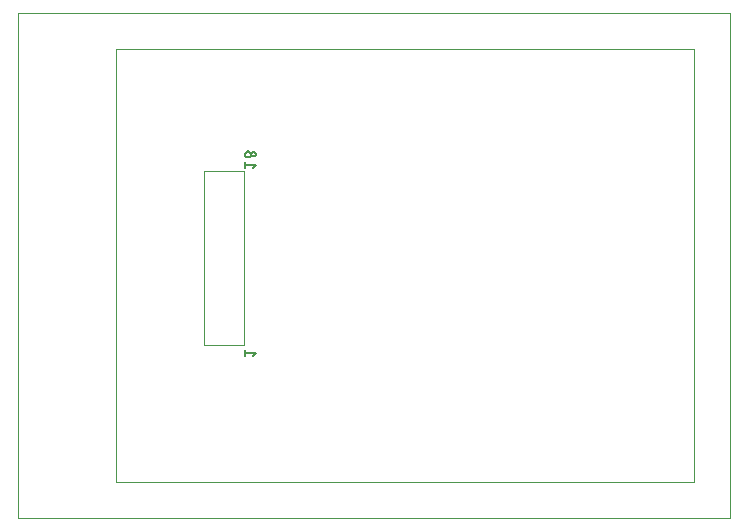
<source format=gbr>
G04 EAGLE Gerber RS-274X export*
G75*
%MOMM*%
%FSLAX34Y34*%
%LPD*%
%INSilkscreen Bottom*%
%IPPOS*%
%AMOC8*
5,1,8,0,0,1.08239X$1,22.5*%
G01*
G04 Define Apertures*
%ADD10C,0.100000*%
%ADD11C,0.050000*%
%ADD12C,0.127000*%
D10*
X301300Y-213600D02*
X-301300Y-213600D01*
X-301300Y213600D01*
X301300Y213600D01*
X301300Y-213600D01*
D11*
X271000Y183600D02*
X-218600Y183600D01*
X-218600Y-183600D01*
X271000Y-183600D01*
X271000Y183600D01*
D10*
X-110000Y80000D02*
X-144000Y80000D01*
X-144000Y-67000D01*
X-110000Y-67000D01*
X-110000Y80000D01*
D12*
X-100475Y-73896D02*
X-102451Y-76365D01*
X-100475Y-73896D02*
X-109365Y-73896D01*
X-109365Y-76365D02*
X-109365Y-71426D01*
X-102451Y82635D02*
X-100475Y85104D01*
X-109365Y85104D01*
X-109365Y82635D02*
X-109365Y87574D01*
X-106896Y91779D02*
X-106798Y91781D01*
X-106700Y91787D01*
X-106602Y91797D01*
X-106505Y91810D01*
X-106408Y91828D01*
X-106312Y91849D01*
X-106218Y91874D01*
X-106124Y91903D01*
X-106031Y91935D01*
X-105940Y91972D01*
X-105850Y92011D01*
X-105762Y92055D01*
X-105676Y92102D01*
X-105591Y92152D01*
X-105509Y92205D01*
X-105429Y92262D01*
X-105351Y92322D01*
X-105276Y92385D01*
X-105203Y92451D01*
X-105133Y92520D01*
X-105066Y92591D01*
X-105001Y92665D01*
X-104940Y92742D01*
X-104881Y92821D01*
X-104826Y92902D01*
X-104774Y92985D01*
X-104726Y93071D01*
X-104681Y93158D01*
X-104639Y93247D01*
X-104601Y93337D01*
X-104567Y93429D01*
X-104536Y93522D01*
X-104509Y93617D01*
X-104486Y93712D01*
X-104466Y93809D01*
X-104451Y93905D01*
X-104439Y94003D01*
X-104431Y94101D01*
X-104427Y94199D01*
X-104427Y94297D01*
X-104431Y94395D01*
X-104439Y94493D01*
X-104451Y94591D01*
X-104466Y94687D01*
X-104486Y94784D01*
X-104509Y94879D01*
X-104536Y94974D01*
X-104567Y95067D01*
X-104601Y95159D01*
X-104639Y95249D01*
X-104681Y95338D01*
X-104726Y95425D01*
X-104774Y95511D01*
X-104826Y95594D01*
X-104881Y95675D01*
X-104940Y95754D01*
X-105001Y95831D01*
X-105066Y95905D01*
X-105133Y95976D01*
X-105203Y96045D01*
X-105276Y96111D01*
X-105351Y96174D01*
X-105429Y96234D01*
X-105509Y96291D01*
X-105591Y96344D01*
X-105676Y96394D01*
X-105762Y96441D01*
X-105850Y96485D01*
X-105940Y96524D01*
X-106031Y96561D01*
X-106124Y96593D01*
X-106218Y96622D01*
X-106312Y96647D01*
X-106408Y96668D01*
X-106505Y96686D01*
X-106602Y96699D01*
X-106700Y96709D01*
X-106798Y96715D01*
X-106896Y96717D01*
X-106994Y96715D01*
X-107092Y96709D01*
X-107190Y96699D01*
X-107287Y96686D01*
X-107384Y96668D01*
X-107480Y96647D01*
X-107574Y96622D01*
X-107668Y96593D01*
X-107761Y96561D01*
X-107852Y96524D01*
X-107942Y96485D01*
X-108030Y96441D01*
X-108116Y96394D01*
X-108201Y96344D01*
X-108283Y96291D01*
X-108363Y96234D01*
X-108441Y96174D01*
X-108516Y96111D01*
X-108589Y96045D01*
X-108659Y95976D01*
X-108726Y95905D01*
X-108791Y95831D01*
X-108852Y95754D01*
X-108911Y95675D01*
X-108966Y95594D01*
X-109018Y95511D01*
X-109066Y95425D01*
X-109111Y95338D01*
X-109153Y95249D01*
X-109191Y95159D01*
X-109225Y95067D01*
X-109256Y94974D01*
X-109283Y94879D01*
X-109306Y94784D01*
X-109326Y94687D01*
X-109341Y94591D01*
X-109353Y94493D01*
X-109361Y94395D01*
X-109365Y94297D01*
X-109365Y94199D01*
X-109361Y94101D01*
X-109353Y94003D01*
X-109341Y93905D01*
X-109326Y93809D01*
X-109306Y93712D01*
X-109283Y93617D01*
X-109256Y93522D01*
X-109225Y93429D01*
X-109191Y93337D01*
X-109153Y93247D01*
X-109111Y93158D01*
X-109066Y93071D01*
X-109018Y92985D01*
X-108966Y92902D01*
X-108911Y92821D01*
X-108852Y92742D01*
X-108791Y92665D01*
X-108726Y92591D01*
X-108659Y92520D01*
X-108589Y92451D01*
X-108516Y92385D01*
X-108441Y92322D01*
X-108363Y92262D01*
X-108283Y92205D01*
X-108201Y92152D01*
X-108116Y92102D01*
X-108030Y92055D01*
X-107942Y92011D01*
X-107852Y91972D01*
X-107761Y91935D01*
X-107668Y91903D01*
X-107574Y91874D01*
X-107480Y91849D01*
X-107384Y91828D01*
X-107287Y91810D01*
X-107190Y91797D01*
X-107092Y91787D01*
X-106994Y91781D01*
X-106896Y91779D01*
X-102451Y92272D02*
X-102364Y92274D01*
X-102276Y92280D01*
X-102189Y92289D01*
X-102103Y92303D01*
X-102017Y92320D01*
X-101933Y92341D01*
X-101849Y92366D01*
X-101766Y92395D01*
X-101685Y92427D01*
X-101605Y92462D01*
X-101527Y92501D01*
X-101450Y92544D01*
X-101376Y92590D01*
X-101304Y92639D01*
X-101234Y92691D01*
X-101166Y92747D01*
X-101101Y92805D01*
X-101038Y92866D01*
X-100979Y92930D01*
X-100922Y92997D01*
X-100868Y93065D01*
X-100817Y93137D01*
X-100770Y93210D01*
X-100725Y93285D01*
X-100684Y93363D01*
X-100647Y93442D01*
X-100613Y93522D01*
X-100583Y93604D01*
X-100556Y93687D01*
X-100533Y93772D01*
X-100514Y93857D01*
X-100499Y93943D01*
X-100487Y94030D01*
X-100479Y94117D01*
X-100475Y94204D01*
X-100475Y94292D01*
X-100479Y94379D01*
X-100487Y94466D01*
X-100499Y94553D01*
X-100514Y94639D01*
X-100533Y94724D01*
X-100556Y94809D01*
X-100583Y94892D01*
X-100613Y94974D01*
X-100647Y95054D01*
X-100684Y95133D01*
X-100725Y95211D01*
X-100770Y95286D01*
X-100817Y95359D01*
X-100868Y95431D01*
X-100922Y95499D01*
X-100979Y95566D01*
X-101038Y95630D01*
X-101101Y95691D01*
X-101166Y95749D01*
X-101234Y95805D01*
X-101304Y95857D01*
X-101376Y95906D01*
X-101450Y95952D01*
X-101527Y95995D01*
X-101605Y96034D01*
X-101685Y96069D01*
X-101766Y96101D01*
X-101849Y96130D01*
X-101933Y96155D01*
X-102017Y96176D01*
X-102103Y96193D01*
X-102189Y96207D01*
X-102276Y96216D01*
X-102364Y96222D01*
X-102451Y96224D01*
X-102538Y96222D01*
X-102626Y96216D01*
X-102713Y96207D01*
X-102799Y96193D01*
X-102885Y96176D01*
X-102969Y96155D01*
X-103053Y96130D01*
X-103136Y96101D01*
X-103217Y96069D01*
X-103297Y96034D01*
X-103375Y95995D01*
X-103452Y95952D01*
X-103526Y95906D01*
X-103598Y95857D01*
X-103668Y95805D01*
X-103736Y95749D01*
X-103801Y95691D01*
X-103864Y95630D01*
X-103923Y95566D01*
X-103980Y95499D01*
X-104034Y95431D01*
X-104085Y95359D01*
X-104132Y95286D01*
X-104177Y95211D01*
X-104218Y95133D01*
X-104255Y95054D01*
X-104289Y94974D01*
X-104319Y94892D01*
X-104346Y94809D01*
X-104369Y94724D01*
X-104388Y94639D01*
X-104403Y94553D01*
X-104415Y94466D01*
X-104423Y94379D01*
X-104427Y94292D01*
X-104427Y94204D01*
X-104423Y94117D01*
X-104415Y94030D01*
X-104403Y93943D01*
X-104388Y93857D01*
X-104369Y93772D01*
X-104346Y93687D01*
X-104319Y93604D01*
X-104289Y93522D01*
X-104255Y93442D01*
X-104218Y93363D01*
X-104177Y93285D01*
X-104132Y93210D01*
X-104085Y93137D01*
X-104034Y93065D01*
X-103980Y92997D01*
X-103923Y92930D01*
X-103864Y92866D01*
X-103801Y92805D01*
X-103736Y92747D01*
X-103668Y92691D01*
X-103598Y92639D01*
X-103526Y92590D01*
X-103452Y92544D01*
X-103375Y92501D01*
X-103297Y92462D01*
X-103217Y92427D01*
X-103136Y92395D01*
X-103053Y92366D01*
X-102969Y92341D01*
X-102885Y92320D01*
X-102799Y92303D01*
X-102713Y92289D01*
X-102626Y92280D01*
X-102538Y92274D01*
X-102451Y92272D01*
M02*

</source>
